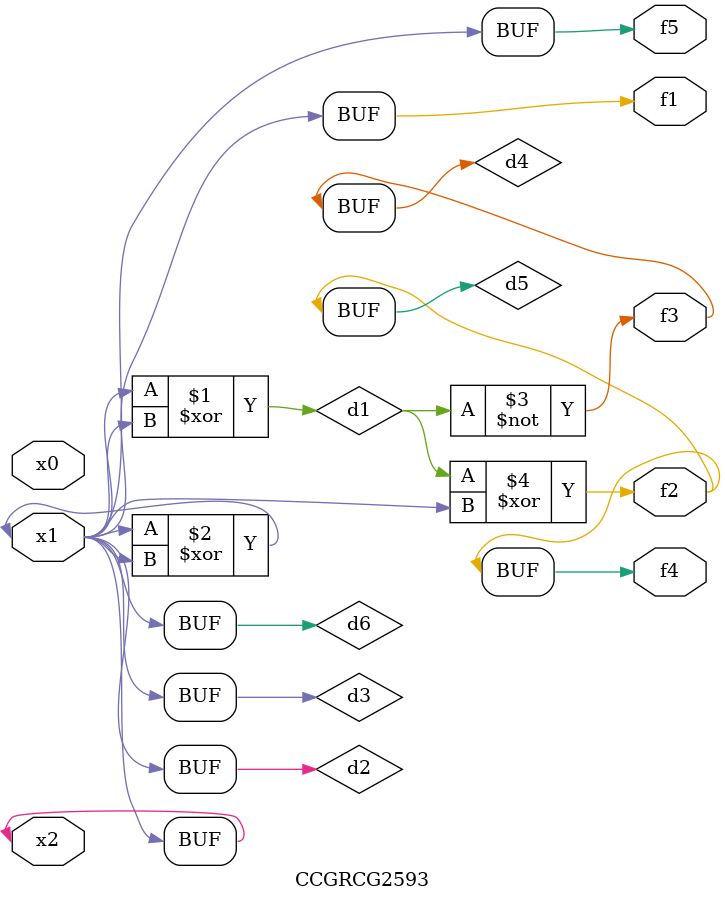
<source format=v>
module CCGRCG2593(
	input x0, x1, x2,
	output f1, f2, f3, f4, f5
);

	wire d1, d2, d3, d4, d5, d6;

	xor (d1, x1, x2);
	buf (d2, x1, x2);
	xor (d3, x1, x2);
	nor (d4, d1);
	xor (d5, d1, d2);
	buf (d6, d2, d3);
	assign f1 = d6;
	assign f2 = d5;
	assign f3 = d4;
	assign f4 = d5;
	assign f5 = d6;
endmodule

</source>
